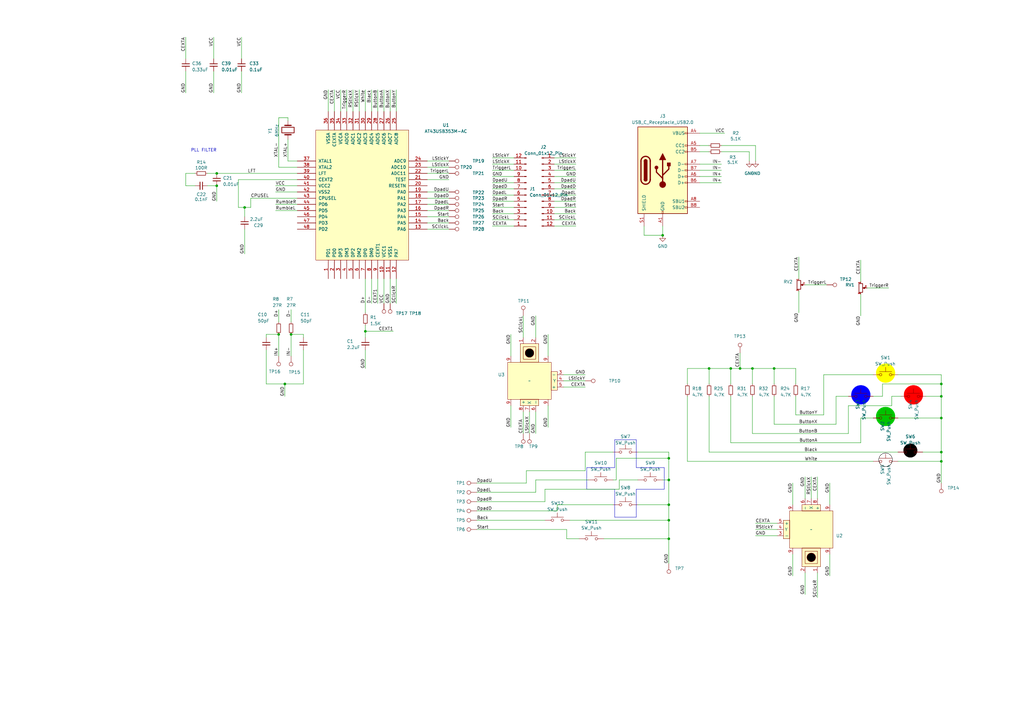
<source format=kicad_sch>
(kicad_sch (version 20240417) (generator "eeschema") (generator_version "8.99")
  (paper "A3")
  (lib_symbols
    (symbol "AT43USB353M-AC:AT43USB353M-AC" (pin_names (offset 1.016))
      (property "Reference" "U" (at 0 -2.54 0))
      (property "Value" "AT43USB353M-AC" (at 0 2.54 0))
      (symbol "AT43USB353M-AC_1_1"
        (pin bidirectional line (at -34.29 13.97 0) (length 7.62) (name "PD1") (number "1"))
        (pin power_in line (at -34.29 -8.89 0) (length 7.62) (name "VCC1") (number "10"))
        (pin power_in line (at -34.29 -11.43 0) (length 7.62) (name "VSS1") (number "11"))
        (pin bidirectional line (at -34.29 -13.97 0) (length 7.62) (name "PA7") (number "12"))
        (pin bidirectional line (at -13.97 -26.67 90) (length 7.62) (name "PA6") (number "13"))
        (pin bidirectional line (at -11.43 -26.67 90) (length 7.62) (name "PA5") (number "14"))
        (pin bidirectional line (at -8.89 -26.67 90) (length 7.62) (name "PA4") (number "15"))
        (pin bidirectional line (at -6.35 -26.67 90) (length 7.62) (name "PA3") (number "16"))
        (pin bidirectional line (at -3.81 -26.67 90) (length 7.62) (name "PA2") (number "17"))
        (pin bidirectional line (at -1.27 -26.67 90) (length 7.62) (name "PA1") (number "18"))
        (pin bidirectional line (at 1.27 -26.67 90) (length 7.62) (name "PA0") (number "19"))
        (pin bidirectional line (at -34.29 11.43 0) (length 7.62) (name "PD0") (number "2"))
        (pin input line (at 3.81 -26.67 90) (length 7.62) (name "RESETN") (number "20"))
        (pin input line (at 6.35 -26.67 90) (length 7.62) (name "TEST") (number "21"))
        (pin input line (at 8.89 -26.67 90) (length 7.62) (name "ADC11") (number "22"))
        (pin input line (at 11.43 -26.67 90) (length 7.62) (name "ADC10") (number "23"))
        (pin input line (at 13.97 -26.67 90) (length 7.62) (name "ADC9") (number "24"))
        (pin input line (at 34.29 -13.97 180) (length 7.62) (name "ADC8") (number "25"))
        (pin input line (at 34.29 -11.43 180) (length 7.62) (name "ADC7") (number "26"))
        (pin input line (at 34.29 -8.89 180) (length 7.62) (name "ADC6") (number "27"))
        (pin input line (at 34.29 -6.35 180) (length 7.62) (name "ADC5") (number "28"))
        (pin input line (at 34.29 -3.81 180) (length 7.62) (name "ADC4") (number "29"))
        (pin bidirectional line (at -34.29 8.89 0) (length 7.62) (name "DP3") (number "3"))
        (pin input line (at 34.29 -1.27 180) (length 7.62) (name "ADC3") (number "30"))
        (pin input line (at 34.29 1.27 180) (length 7.62) (name "ADC2") (number "31"))
        (pin input line (at 34.29 3.81 180) (length 7.62) (name "ADC1") (number "32"))
        (pin input line (at 34.29 6.35 180) (length 7.62) (name "ADC0") (number "33"))
        (pin power_in line (at 34.29 8.89 180) (length 7.62) (name "VCCA") (number "34"))
        (pin power_in line (at 34.29 11.43 180) (length 7.62) (name "CEXTA") (number "35"))
        (pin power_in line (at 34.29 13.97 180) (length 7.62) (name "VSSA") (number "36"))
        (pin input line (at 13.97 26.67 270) (length 7.62) (name "XTAL1") (number "37"))
        (pin output line (at 11.43 26.67 270) (length 7.62) (name "XTAL2") (number "38"))
        (pin output line (at 8.89 26.67 270) (length 7.62) (name "LFT") (number "39"))
        (pin bidirectional line (at -34.29 6.35 0) (length 7.62) (name "DM3") (number "4"))
        (pin power_in line (at 6.35 26.67 270) (length 7.62) (name "CEXT2") (number "40"))
        (pin power_in line (at 3.81 26.67 270) (length 7.62) (name "VCC2") (number "41"))
        (pin power_in line (at 1.27 26.67 270) (length 7.62) (name "VSS2") (number "42"))
        (pin input line (at -1.27 26.67 270) (length 7.62) (name "CPUSEL") (number "43"))
        (pin bidirectional line (at -3.81 26.67 270) (length 7.62) (name "PD6") (number "44"))
        (pin bidirectional line (at -6.35 26.67 270) (length 7.62) (name "PD5") (number "45"))
        (pin bidirectional line (at -8.89 26.67 270) (length 7.62) (name "PD4") (number "46"))
        (pin bidirectional line (at -11.43 26.67 270) (length 7.62) (name "PD3") (number "47"))
        (pin bidirectional line (at -13.97 26.67 270) (length 7.62) (name "PD2") (number "48"))
        (pin bidirectional line (at -34.29 3.81 0) (length 7.62) (name "DP2") (number "5"))
        (pin bidirectional line (at -34.29 1.27 0) (length 7.62) (name "DM2") (number "6"))
        (pin bidirectional line (at -34.29 -1.27 0) (length 7.62) (name "DP0") (number "7"))
        (pin bidirectional line (at -34.29 -3.81 0) (length 7.62) (name "DM0") (number "8"))
        (pin power_in line (at -34.29 -6.35 0) (length 7.62) (name "CEXT1") (number "9"))
      )
    )
    (symbol "Connector:Conn_01x12_Pin" (pin_names (offset 1.016) hide)
      (property "Reference" "J" (at 0 15.24 0))
      (property "Value" "Conn_01x12_Pin" (at 0 -17.78 0))
      (symbol "Conn_01x12_Pin_1_1"
        (pin passive line (at 5.08 12.7 180) (length 3.81) (name "Pin_1") (number "1"))
        (pin passive line (at 5.08 -10.16 180) (length 3.81) (name "Pin_10") (number "10"))
        (pin passive line (at 5.08 -12.7 180) (length 3.81) (name "Pin_11") (number "11"))
        (pin passive line (at 5.08 -15.24 180) (length 3.81) (name "Pin_12") (number "12"))
        (pin passive line (at 5.08 10.16 180) (length 3.81) (name "Pin_2") (number "2"))
        (pin passive line (at 5.08 7.62 180) (length 3.81) (name "Pin_3") (number "3"))
        (pin passive line (at 5.08 5.08 180) (length 3.81) (name "Pin_4") (number "4"))
        (pin passive line (at 5.08 2.54 180) (length 3.81) (name "Pin_5") (number "5"))
        (pin passive line (at 5.08 0 180) (length 3.81) (name "Pin_6") (number "6"))
        (pin passive line (at 5.08 -2.54 180) (length 3.81) (name "Pin_7") (number "7"))
        (pin passive line (at 5.08 -5.08 180) (length 3.81) (name "Pin_8") (number "8"))
        (pin passive line (at 5.08 -7.62 180) (length 3.81) (name "Pin_9") (number "9"))
      )
    )
    (symbol "Connector:TestPoint" (pin_numbers hide) (pin_names (offset 0.762) hide)
      (property "Reference" "TP" (at 0 6.858 0))
      (property "Value" "TestPoint" (at 0 5.08 0))
      (symbol "TestPoint_1_1"
        (pin passive line (at 0 0 90) (length 2.54) (name "1") (number "1"))
      )
    )
    (symbol "Connector:USB_C_Receptacle_USB2.0" (pin_names (offset 1.016))
      (property "Reference" "J" (at -10.16 19.05 0))
      (property "Value" "USB_C_Receptacle_USB2.0" (at 19.05 19.05 0))
      (symbol "USB_C_Receptacle_USB2.0_1_1"
        (pin passive line (at 0 -22.86 90) (length 5.08) (name "GND") (number "A1"))
        (pin passive line (at 0 -22.86 90) (length 5.08) hide (name "GND") (number "A12"))
        (pin passive line (at 15.24 15.24 180) (length 5.08) (name "VBUS") (number "A4"))
        (pin bidirectional line (at 15.24 10.16 180) (length 5.08) (name "CC1") (number "A5"))
        (pin bidirectional line (at 15.24 -2.54 180) (length 5.08) (name "D+") (number "A6"))
        (pin bidirectional line (at 15.24 2.54 180) (length 5.08) (name "D-") (number "A7"))
        (pin bidirectional line (at 15.24 -12.7 180) (length 5.08) (name "SBU1") (number "A8"))
        (pin passive line (at 15.24 15.24 180) (length 5.08) hide (name "VBUS") (number "A9"))
        (pin passive line (at 0 -22.86 90) (length 5.08) hide (name "GND") (number "B1"))
        (pin passive line (at 0 -22.86 90) (length 5.08) hide (name "GND") (number "B12"))
        (pin passive line (at 15.24 15.24 180) (length 5.08) hide (name "VBUS") (number "B4"))
        (pin bidirectional line (at 15.24 7.62 180) (length 5.08) (name "CC2") (number "B5"))
        (pin bidirectional line (at 15.24 -5.08 180) (length 5.08) (name "D+") (number "B6"))
        (pin bidirectional line (at 15.24 0 180) (length 5.08) (name "D-") (number "B7"))
        (pin bidirectional line (at 15.24 -15.24 180) (length 5.08) (name "SBU2") (number "B8"))
        (pin passive line (at 15.24 15.24 180) (length 5.08) hide (name "VBUS") (number "B9"))
        (pin passive line (at -7.62 -22.86 90) (length 5.08) (name "SHIELD") (number "S1"))
      )
    )
    (symbol "Device:C_Small" (pin_numbers hide) (pin_names (offset 0.254) hide)
      (property "Reference" "C" (at 0.254 1.778 0))
      (property "Value" "C_Small" (at 0.254 -2.032 0))
      (symbol "C_Small_1_1"
        (pin passive line (at 0 2.54 270) (length 2.032) (name "~") (number "1"))
        (pin passive line (at 0 -2.54 90) (length 2.032) (name "~") (number "2"))
      )
    )
    (symbol "Device:Crystal" (pin_numbers hide) (pin_names (offset 1.016) hide)
      (property "Reference" "Y" (at 0 3.81 0))
      (property "Value" "Crystal" (at 0 -3.81 0))
      (symbol "Crystal_1_1"
        (pin passive line (at -3.81 0 0) (length 1.27) (name "1") (number "1"))
        (pin passive line (at 3.81 0 180) (length 1.27) (name "2") (number "2"))
      )
    )
    (symbol "Device:R_Potentiometer_Small" (pin_names (offset 1.016) hide)
      (property "Reference" "RV" (at -4.445 0 90))
      (property "Value" "R_Potentiometer_Small" (at -2.54 0 90))
      (symbol "R_Potentiometer_Small_1_1"
        (pin passive line (at 0 2.54 270) (length 0.635) (name "1") (number "1"))
        (pin passive line (at 2.54 0 180) (length 0.9906) (name "2") (number "2"))
        (pin passive line (at 0 -2.54 90) (length 0.635) (name "3") (number "3"))
      )
    )
    (symbol "Device:R_Small" (pin_numbers hide) (pin_names (offset 0.254) hide)
      (property "Reference" "R" (at 0.762 0.508 0))
      (property "Value" "R_Small" (at 0.762 -1.016 0))
      (symbol "R_Small_1_1"
        (pin passive line (at 0 2.54 270) (length 0.762) (name "~") (number "1"))
        (pin passive line (at 0 -2.54 90) (length 0.762) (name "~") (number "2"))
      )
    )
    (symbol "RJKXP1224_1"
      (property "Reference" "U" (at 15.24 3.81 0))
      (symbol "RJKXP1224_1_1_1"
        (pin input line (at 2.54 -17.78 90) (length 2.54) (name "") (number "1"))
        (pin input line (at -2.54 -17.78 90) (length 2.54) (name "") (number "2"))
        (pin input line (at -13.97 -2.54 0) (length 2.54) (name "-") (number "3"))
        (pin input line (at -13.97 0 0) (length 2.54) (name "Y") (number "4"))
        (pin input line (at -13.97 2.54 0) (length 2.54) (name "+") (number "5"))
        (pin input line (at -2.54 12.7 270) (length 2.54) (name "-") (number "6"))
        (pin input line (at 0 12.7 270) (length 2.54) (name "X") (number "7"))
        (pin input line (at 2.54 12.7 270) (length 2.54) (name "+") (number "8"))
        (pin input line (at -7.62 10.16 270) (length 2.54) (name "") (number "9"))
        (pin input line (at -7.62 -10.16 90) (length 2.54) (name "") (number "9"))
        (pin input line (at 7.62 10.16 270) (length 2.54) (name "") (number "9"))
        (pin input line (at 7.62 -10.16 90) (length 2.54) (name "") (number "9"))
      )
    )
    (symbol "S Controller:RJKXP1224"
      (property "Reference" "U" (at 15.24 3.81 0))
      (symbol "RJKXP1224_1_1"
        (pin input line (at 2.54 -17.78 90) (length 2.54) (name "") (number "1"))
        (pin input line (at -2.54 -17.78 90) (length 2.54) (name "") (number "2"))
        (pin input line (at -13.97 -2.54 0) (length 2.54) (name "-") (number "3"))
        (pin input line (at -13.97 0 0) (length 2.54) (name "Y") (number "4"))
        (pin input line (at -13.97 2.54 0) (length 2.54) (name "+") (number "5"))
        (pin input line (at -2.54 12.7 270) (length 2.54) (name "-") (number "6"))
        (pin input line (at 0 12.7 270) (length 2.54) (name "X") (number "7"))
        (pin input line (at 2.54 12.7 270) (length 2.54) (name "+") (number "8"))
        (pin input line (at -7.62 10.16 270) (length 2.54) (name "") (number "9"))
        (pin input line (at -7.62 -10.16 90) (length 2.54) (name "") (number "9"))
        (pin input line (at 7.62 10.16 270) (length 2.54) (name "") (number "9"))
        (pin input line (at 7.62 -10.16 90) (length 2.54) (name "") (number "9"))
      )
    )
    (symbol "Switch:SW_Push" (pin_numbers hide) (pin_names (offset 1.016) hide)
      (property "Reference" "SW" (at 1.27 2.54 0))
      (property "Value" "SW_Push" (at 0 -1.524 0))
      (symbol "SW_Push_0_1"
        (pin passive line (at -5.08 0 0) (length 2.54) (name "1") (number "1"))
        (pin passive line (at 5.08 0 180) (length 2.54) (name "2") (number "2"))
      )
    )
    (symbol "power:GND" (power) (pin_names (offset 0))
      (property "Value" "GND" (at 0 -3.81 0))
      (symbol "GND_1_1"
        (pin power_in line (at 0 0 270) (length 0) hide (name "GND") (number "1"))
      )
    )
  )
  (circle (center 374.65 161.925) (radius 3.8626) (stroke (width 0) (color 255 0 0 1)) (fill (type color) (color 255 0 0 1)))
  (circle (center 363.22 153.035) (radius 3.8626) (stroke (width 0) (color 255 255 0 1)) (fill (type color) (color 255 255 0 1)))
  (circle (center 373.38 184.785) (radius 2.794) (stroke (width 0) (color 0 0 0 1)) (fill (type color) (color 0 0 0 1)))
  (circle (center 363.22 188.595) (radius 2.794) (stroke (width 0) (color 0 0 0 1)) (fill (type color) (color 255 255 255 1)))
  (circle (center 353.06 161.925) (radius 3.8626) (stroke (width 0) (color 0 0 255 1)) (fill (type color) (color 0 0 255 1)))
  (circle (center 363.22 170.815) (radius 3.8626) (stroke (width 0) (color 0 195 0 1)) (fill (type color) (color 0 195 0 1)))
  (text "PLL FILTER" (at 83.566 61.722 0) (effects (font (size 1.27 1.27))))
  (junction (at 274.32 196.85))
  (junction (at 116.84 157.48))
  (junction (at 386.08 157.48))
  (junction (at 274.32 213.36))
  (junction (at 274.32 207.01))
  (junction (at 317.5 151.13))
  (junction (at 271.78 96.52))
  (junction (at 386.08 185.42))
  (junction (at 119.38 137.16))
  (junction (at 274.32 187.96))
  (junction (at 303.53 151.13))
  (junction (at 386.08 162.56))
  (junction (at 100.33 85.09))
  (junction (at 290.83 151.13))
  (junction (at 114.3 137.16))
  (junction (at 274.32 220.98))
  (junction (at 299.72 151.13))
  (junction (at 149.86 135.89))
  (junction (at 308.61 151.13))
  (junction (at 88.9 76.2))
  (junction (at 88.9 71.12))
  (junction (at 386.08 189.23))
  (junction (at 386.08 171.45))
  (wire (pts (xy 335.28 195.58) (xy 335.28 204.47)))
  (wire (pts (xy 142.24 36.83) (xy 142.24 45.72)))
  (wire (pts (xy 337.82 170.18) (xy 326.39 170.18)))
  (wire (pts (xy 355.6 118.11) (xy 364.49 118.11)))
  (wire (pts (xy 85.09 71.12) (xy 88.9 71.12)))
  (wire (pts (xy 309.88 217.17) (xy 318.77 217.17)))
  (wire (pts (xy 100.33 85.09) (xy 97.79 85.09)))
  (wire (pts (xy 210.82 87.63) (xy 201.93 87.63)))
  (wire (pts (xy 149.86 143.51) (xy 149.86 151.13)))
  (wire (pts (xy 162.56 114.3) (xy 162.56 124.46)))
  (wire (pts (xy 347.98 166.37) (xy 347.98 177.8)))
  (wire (pts (xy 240.03 193.04) (xy 240.03 185.42)))
  (wire (pts (xy 87.63 38.1) (xy 87.63 29.21)))
  (wire (pts (xy 386.08 153.67) (xy 386.08 157.48)))
  (wire (pts (xy 274.32 185.42) (xy 274.32 187.96)))
  (wire (pts (xy 85.09 76.2) (xy 88.9 76.2)))
  (wire (pts (xy 274.32 196.85) (xy 274.32 207.01)))
  (wire (pts (xy 347.98 162.56) (xy 342.9 162.56)))
  (wire (pts (xy 369.57 162.56) (xy 365.76 162.56)))
  (wire (pts (xy 210.82 82.55) (xy 201.93 82.55)))
  (wire (pts (xy 175.26 86.36) (xy 184.15 86.36)))
  (wire (pts (xy 195.58 198.12) (xy 215.9 198.12)))
  (wire (pts (xy 327.66 119.38) (xy 327.66 128.27)))
  (wire (pts (xy 330.2 116.84) (xy 339.09 116.84)))
  (wire (pts (xy 368.3 189.23) (xy 386.08 189.23)))
  (polyline (pts (xy 260.985 212.09) (xy 260.985 200.66)))
  (wire (pts (xy 149.86 36.83) (xy 149.86 45.72)))
  (wire (pts (xy 100.33 93.98) (xy 100.33 104.14)))
  (wire (pts (xy 308.61 157.48) (xy 308.61 151.13)))
  (wire (pts (xy 175.26 73.66) (xy 184.15 73.66)))
  (wire (pts (xy 308.61 151.13) (xy 317.5 151.13)))
  (wire (pts (xy 368.3 171.45) (xy 386.08 171.45)))
  (wire (pts (xy 287.02 62.23) (xy 290.83 62.23)))
  (wire (pts (xy 195.58 201.93) (xy 219.71 201.93)))
  (polyline (pts (xy 252.095 180.34) (xy 252.095 191.77)))
  (wire (pts (xy 227.33 72.39) (xy 236.22 72.39)))
  (polyline (pts (xy 260.985 200.66) (xy 272.415 200.66)))
  (wire (pts (xy 271.78 92.71) (xy 271.78 96.52)))
  (wire (pts (xy 358.14 171.45) (xy 353.06 171.45)))
  (wire (pts (xy 335.28 234.95) (xy 335.28 245.11)))
  (wire (pts (xy 114.3 127) (xy 114.3 132.08)))
  (wire (pts (xy 175.26 81.28) (xy 184.15 81.28)))
  (wire (pts (xy 113.03 76.2) (xy 121.92 76.2)))
  (wire (pts (xy 317.5 173.99) (xy 317.5 162.56)))
  (wire (pts (xy 114.3 137.16) (xy 114.3 146.05)))
  (wire (pts (xy 121.92 66.04) (xy 118.11 66.04)))
  (wire (pts (xy 299.72 151.13) (xy 303.53 151.13)))
  (wire (pts (xy 154.94 114.3) (xy 154.94 124.46)))
  (wire (pts (xy 210.82 90.17) (xy 201.93 90.17)))
  (wire (pts (xy 114.3 68.58) (xy 121.92 68.58)))
  (wire (pts (xy 100.33 88.9) (xy 100.33 85.09)))
  (wire (pts (xy 299.72 151.13) (xy 299.72 157.48)))
  (wire (pts (xy 116.84 157.48) (xy 124.46 157.48)))
  (wire (pts (xy 227.33 85.09) (xy 236.22 85.09)))
  (wire (pts (xy 195.58 213.36) (xy 223.52 213.36)))
  (wire (pts (xy 307.34 62.23) (xy 307.34 66.04)))
  (wire (pts (xy 210.82 80.01) (xy 201.93 80.01)))
  (wire (pts (xy 210.82 72.39) (xy 201.93 72.39)))
  (wire (pts (xy 124.46 137.16) (xy 124.46 138.43)))
  (wire (pts (xy 353.06 120.65) (xy 353.06 129.54)))
  (wire (pts (xy 118.11 66.04) (xy 118.11 57.15)))
  (wire (pts (xy 149.86 133.35) (xy 149.86 135.89)))
  (wire (pts (xy 109.22 157.48) (xy 116.84 157.48)))
  (wire (pts (xy 261.62 185.42) (xy 274.32 185.42)))
  (wire (pts (xy 290.83 162.56) (xy 290.83 185.42)))
  (wire (pts (xy 233.68 213.36) (xy 274.32 213.36)))
  (wire (pts (xy 99.06 15.24) (xy 99.06 24.13)))
  (wire (pts (xy 271.78 196.85) (xy 274.32 196.85)))
  (wire (pts (xy 175.26 68.58) (xy 184.15 68.58)))
  (wire (pts (xy 358.14 189.23) (xy 281.94 189.23)))
  (wire (pts (xy 210.82 64.77) (xy 201.93 64.77)))
  (wire (pts (xy 303.53 144.78) (xy 303.53 151.13)))
  (wire (pts (xy 227.33 90.17) (xy 236.22 90.17)))
  (wire (pts (xy 152.4 114.3) (xy 152.4 124.46)))
  (wire (pts (xy 175.26 91.44) (xy 184.15 91.44)))
  (wire (pts (xy 195.58 217.17) (xy 232.41 217.17)))
  (wire (pts (xy 274.32 187.96) (xy 274.32 196.85)))
  (wire (pts (xy 281.94 151.13) (xy 290.83 151.13)))
  (wire (pts (xy 353.06 106.68) (xy 353.06 115.57)))
  (wire (pts (xy 195.58 209.55) (xy 228.6 209.55)))
  (wire (pts (xy 347.98 177.8) (xy 308.61 177.8)))
  (wire (pts (xy 353.06 171.45) (xy 353.06 181.61)))
  (wire (pts (xy 175.26 66.04) (xy 184.15 66.04)))
  (wire (pts (xy 281.94 157.48) (xy 281.94 151.13)))
  (wire (pts (xy 368.3 153.67) (xy 386.08 153.67)))
  (wire (pts (xy 353.06 181.61) (xy 299.72 181.61)))
  (polyline (pts (xy 272.415 191.77) (xy 260.985 191.77)))
  (wire (pts (xy 358.14 153.67) (xy 337.82 153.67)))
  (wire (pts (xy 88.9 71.12) (xy 121.92 71.12)))
  (wire (pts (xy 137.16 36.83) (xy 137.16 45.72)))
  (wire (pts (xy 152.4 36.83) (xy 152.4 45.72)))
  (wire (pts (xy 109.22 137.16) (xy 114.3 137.16)))
  (wire (pts (xy 149.86 114.3) (xy 149.86 128.27)))
  (polyline (pts (xy 240.665 191.77) (xy 240.665 200.66)))
  (wire (pts (xy 227.33 69.85) (xy 236.22 69.85)))
  (wire (pts (xy 330.2 195.58) (xy 330.2 204.47)))
  (wire (pts (xy 227.33 67.31) (xy 236.22 67.31)))
  (wire (pts (xy 224.79 175.26) (xy 224.79 166.37)))
  (wire (pts (xy 76.2 76.2) (xy 80.01 76.2)))
  (wire (pts (xy 160.02 114.3) (xy 160.02 124.46)))
  (wire (pts (xy 325.12 236.22) (xy 325.12 227.33)))
  (wire (pts (xy 326.39 157.48) (xy 326.39 151.13)))
  (wire (pts (xy 287.02 59.69) (xy 290.83 59.69)))
  (wire (pts (xy 157.48 114.3) (xy 157.48 124.46)))
  (wire (pts (xy 227.33 92.71) (xy 236.22 92.71)))
  (wire (pts (xy 254 200.66) (xy 223.52 200.66)))
  (wire (pts (xy 274.32 220.98) (xy 274.32 231.14)))
  (wire (pts (xy 139.7 36.83) (xy 139.7 45.72)))
  (wire (pts (xy 124.46 157.48) (xy 124.46 143.51)))
  (wire (pts (xy 149.86 135.89) (xy 149.86 138.43)))
  (wire (pts (xy 97.79 73.66) (xy 97.79 85.09)))
  (wire (pts (xy 76.2 38.1) (xy 76.2 29.21)))
  (wire (pts (xy 232.41 217.17) (xy 232.41 220.98)))
  (wire (pts (xy 232.41 220.98) (xy 237.49 220.98)))
  (wire (pts (xy 274.32 213.36) (xy 274.32 220.98)))
  (wire (pts (xy 361.95 162.56) (xy 361.95 157.48)))
  (wire (pts (xy 340.36 236.22) (xy 340.36 227.33)))
  (wire (pts (xy 109.22 143.51) (xy 109.22 157.48)))
  (wire (pts (xy 252.73 196.85) (xy 252.73 187.96)))
  (wire (pts (xy 219.71 129.54) (xy 219.71 138.43)))
  (wire (pts (xy 386.08 189.23) (xy 386.08 198.12)))
  (wire (pts (xy 287.02 72.39) (xy 295.91 72.39)))
  (wire (pts (xy 227.33 74.93) (xy 236.22 74.93)))
  (wire (pts (xy 223.52 200.66) (xy 223.52 205.74)))
  (wire (pts (xy 102.87 81.28) (xy 121.92 81.28)))
  (wire (pts (xy 309.88 59.69) (xy 309.88 66.04)))
  (wire (pts (xy 386.08 162.56) (xy 386.08 171.45)))
  (wire (pts (xy 215.9 193.04) (xy 240.03 193.04)))
  (wire (pts (xy 215.9 193.04) (xy 215.9 198.12)))
  (wire (pts (xy 210.82 92.71) (xy 201.93 92.71)))
  (wire (pts (xy 365.76 166.37) (xy 347.98 166.37)))
  (wire (pts (xy 162.56 36.83) (xy 162.56 45.72)))
  (wire (pts (xy 195.58 205.74) (xy 223.52 205.74)))
  (wire (pts (xy 365.76 162.56) (xy 365.76 166.37)))
  (wire (pts (xy 309.88 219.71) (xy 318.77 219.71)))
  (wire (pts (xy 386.08 171.45) (xy 386.08 185.42)))
  (wire (pts (xy 287.02 67.31) (xy 295.91 67.31)))
  (polyline (pts (xy 260.985 180.34) (xy 252.095 180.34)))
  (wire (pts (xy 175.26 71.12) (xy 184.15 71.12)))
  (wire (pts (xy 308.61 177.8) (xy 308.61 162.56)))
  (wire (pts (xy 271.78 96.52) (xy 264.16 96.52)))
  (wire (pts (xy 317.5 151.13) (xy 317.5 157.48)))
  (wire (pts (xy 175.26 88.9) (xy 184.15 88.9)))
  (wire (pts (xy 261.62 196.85) (xy 254 196.85)))
  (wire (pts (xy 210.82 74.93) (xy 201.93 74.93)))
  (wire (pts (xy 332.74 195.58) (xy 332.74 204.47)))
  (polyline (pts (xy 252.095 191.77) (xy 240.665 191.77)))
  (wire (pts (xy 379.73 162.56) (xy 386.08 162.56)))
  (polyline (pts (xy 260.985 191.77) (xy 260.985 180.34)))
  (wire (pts (xy 175.26 93.98) (xy 184.15 93.98)))
  (wire (pts (xy 368.3 185.42) (xy 290.83 185.42)))
  (wire (pts (xy 309.88 214.63) (xy 318.77 214.63)))
  (wire (pts (xy 113.03 78.74) (xy 121.92 78.74)))
  (wire (pts (xy 337.82 153.67) (xy 337.82 170.18)))
  (wire (pts (xy 175.26 78.74) (xy 184.15 78.74)))
  (wire (pts (xy 254 196.85) (xy 254 200.66)))
  (wire (pts (xy 251.46 196.85) (xy 252.73 196.85)))
  (wire (pts (xy 299.72 181.61) (xy 299.72 162.56)))
  (wire (pts (xy 358.14 162.56) (xy 361.95 162.56)))
  (wire (pts (xy 287.02 54.61) (xy 297.18 54.61)))
  (wire (pts (xy 109.22 137.16) (xy 109.22 138.43)))
  (wire (pts (xy 119.38 137.16) (xy 124.46 137.16)))
  (wire (pts (xy 290.83 157.48) (xy 290.83 151.13)))
  (wire (pts (xy 209.55 175.26) (xy 209.55 166.37)))
  (wire (pts (xy 210.82 67.31) (xy 201.93 67.31)))
  (wire (pts (xy 325.12 198.12) (xy 325.12 207.01)))
  (wire (pts (xy 87.63 15.24) (xy 87.63 24.13)))
  (wire (pts (xy 210.82 77.47) (xy 201.93 77.47)))
  (wire (pts (xy 240.03 153.67) (xy 231.14 153.67)))
  (wire (pts (xy 326.39 170.18) (xy 326.39 162.56)))
  (wire (pts (xy 231.14 156.21) (xy 240.03 156.21)))
  (wire (pts (xy 227.33 64.77) (xy 236.22 64.77)))
  (wire (pts (xy 251.46 185.42) (xy 240.03 185.42)))
  (wire (pts (xy 99.06 38.1) (xy 99.06 29.21)))
  (wire (pts (xy 175.26 83.82) (xy 184.15 83.82)))
  (wire (pts (xy 88.9 76.2) (xy 88.9 82.55)))
  (wire (pts (xy 386.08 189.23) (xy 386.08 185.42)))
  (wire (pts (xy 149.86 135.89) (xy 161.29 135.89)))
  (wire (pts (xy 118.11 48.26) (xy 114.3 48.26)))
  (wire (pts (xy 118.11 48.26) (xy 118.11 49.53)))
  (wire (pts (xy 295.91 59.69) (xy 309.88 59.69)))
  (wire (pts (xy 227.33 77.47) (xy 236.22 77.47)))
  (wire (pts (xy 113.03 83.82) (xy 121.92 83.82)))
  (wire (pts (xy 76.2 15.24) (xy 76.2 24.13)))
  (wire (pts (xy 228.6 207.01) (xy 228.6 209.55)))
  (wire (pts (xy 330.2 243.84) (xy 330.2 234.95)))
  (wire (pts (xy 287.02 74.93) (xy 295.91 74.93)))
  (wire (pts (xy 113.03 86.36) (xy 121.92 86.36)))
  (wire (pts (xy 264.16 96.52) (xy 264.16 92.71)))
  (wire (pts (xy 210.82 85.09) (xy 201.93 85.09)))
  (wire (pts (xy 157.48 36.83) (xy 157.48 45.72)))
  (wire (pts (xy 386.08 157.48) (xy 386.08 162.56)))
  (wire (pts (xy 231.14 158.75) (xy 240.03 158.75)))
  (wire (pts (xy 100.33 85.09) (xy 102.87 85.09)))
  (wire (pts (xy 342.9 173.99) (xy 317.5 173.99)))
  (wire (pts (xy 340.36 198.12) (xy 340.36 207.01)))
  (wire (pts (xy 119.38 127) (xy 119.38 132.08)))
  (polyline (pts (xy 252.095 212.09) (xy 260.985 212.09)))
  (wire (pts (xy 227.33 87.63) (xy 236.22 87.63)))
  (wire (pts (xy 102.87 81.28) (xy 102.87 85.09)))
  (wire (pts (xy 261.62 207.01) (xy 274.32 207.01)))
  (wire (pts (xy 147.32 36.83) (xy 147.32 45.72)))
  (wire (pts (xy 317.5 151.13) (xy 326.39 151.13)))
  (wire (pts (xy 209.55 137.16) (xy 209.55 146.05)))
  (wire (pts (xy 76.2 71.12) (xy 76.2 76.2)))
  (wire (pts (xy 303.53 151.13) (xy 308.61 151.13)))
  (wire (pts (xy 281.94 162.56) (xy 281.94 189.23)))
  (polyline (pts (xy 272.415 200.66) (xy 272.415 191.77)))
  (wire (pts (xy 119.38 137.16) (xy 119.38 146.05)))
  (wire (pts (xy 144.78 36.83) (xy 144.78 45.72)))
  (wire (pts (xy 97.79 73.66) (xy 121.92 73.66)))
  (wire (pts (xy 154.94 36.83) (xy 154.94 45.72)))
  (wire (pts (xy 252.73 187.96) (xy 274.32 187.96)))
  (wire (pts (xy 217.17 168.91) (xy 217.17 177.8)))
  (wire (pts (xy 214.63 138.43) (xy 214.63 129.54)))
  (wire (pts (xy 378.46 185.42) (xy 386.08 185.42)))
  (wire (pts (xy 290.83 151.13) (xy 299.72 151.13)))
  (wire (pts (xy 210.82 69.85) (xy 201.93 69.85)))
  (wire (pts (xy 114.3 48.26) (xy 114.3 68.58)))
  (wire (pts (xy 327.66 105.41) (xy 327.66 114.3)))
  (wire (pts (xy 241.3 196.85) (xy 219.71 196.85)))
  (wire (pts (xy 134.62 36.83) (xy 134.62 45.72)))
  (wire (pts (xy 251.46 207.01) (xy 228.6 207.01)))
  (wire (pts (xy 274.32 207.01) (xy 274.32 213.36)))
  (wire (pts (xy 287.02 69.85) (xy 295.91 69.85)))
  (wire (pts (xy 214.63 168.91) (xy 214.63 177.8)))
  (wire (pts (xy 342.9 162.56) (xy 342.9 173.99)))
  (wire (pts (xy 224.79 137.16) (xy 224.79 146.05)))
  (wire (pts (xy 219.71 177.8) (xy 219.71 168.91)))
  (wire (pts (xy 116.84 157.48) (xy 116.84 162.56)))
  (wire (pts (xy 227.33 80.01) (xy 236.22 80.01)))
  (polyline (pts (xy 252.095 200.66) (xy 252.095 212.09)))
  (wire (pts (xy 274.32 220.98) (xy 247.65 220.98)))
  (polyline (pts (xy 240.665 200.66) (xy 252.095 200.66)))
  (wire (pts (xy 160.02 36.83) (xy 160.02 45.72)))
  (wire (pts (xy 295.91 62.23) (xy 307.34 62.23)))
  (wire (pts (xy 361.95 157.48) (xy 386.08 157.48)))
  (wire (pts (xy 227.33 82.55) (xy 236.22 82.55)))
  (wire (pts (xy 219.71 196.85) (xy 219.71 201.93)))
  (wire (pts (xy 80.01 71.12) (xy 76.2 71.12)))
  (label "GND" (at 100.33 104.14 90))
  (label "TriggerL" (at 339.09 116.84 180))
  (label "SClickR" (at 335.28 245.11 90))
  (label "GND" (at 340.36 198.12 270))
  (label "DpadD" (at 195.58 209.55 0))
  (label "GND" (at 219.71 177.8 90))
  (label "TriggerL" (at 201.93 69.85 0))
  (label "CEXTA" (at 240.03 158.75 180))
  (label "CEXTA" (at 236.22 92.71 180))
  (label "GND" (at 240.03 153.67 180))
  (label "DpadL" (at 201.93 80.01 0))
  (label "TriggerR" (at 364.49 118.11 180))
  (label "RStickX" (at 144.78 36.83 270))
  (label "GND" (at 386.08 198.12 90))
  (label "DpadR" (at 184.15 86.36 180))
  (label "GND" (at 327.66 128.27 270))
  (label "LStickX" (at 217.17 177.8 90))
  (label "ButtonA" (at 335.28 181.61 180))
  (label "DpadR" (at 195.58 205.74 0))
  (label "LStickY" (at 236.22 64.77 180))
  (label "SClickL" (at 184.15 93.98 180))
  (label "ButtonX" (at 160.02 36.83 270))
  (label "GND" (at 201.93 72.39 0))
  (label "CEXTA" (at 214.63 177.8 90))
  (label "GND" (at 87.63 38.1 90))
  (label "DpadU" (at 184.15 78.74 180))
  (label "TriggerR" (at 142.24 36.83 270))
  (label "GND" (at 160.02 124.46 90))
  (label "LStickX" (at 201.93 67.31 0))
  (label "IN-" (at 295.91 67.31 180))
  (label "SClickL" (at 201.93 90.17 0))
  (label "DpadD" (at 184.15 81.28 180))
  (label "GND" (at 219.71 129.54 270))
  (label "GND" (at 99.06 38.1 90))
  (label "LStickX" (at 236.22 67.31 180))
  (label "GND" (at 340.36 236.22 90))
  (label "SClickL" (at 236.22 90.17 180))
  (label "ButtonB" (at 335.28 177.8 180))
  (label "RStickY" (at 147.32 36.83 270))
  (label "CEXTA" (at 353.06 106.68 270))
  (label "Black" (at 152.4 36.83 270))
  (label "GND" (at 184.15 73.66 180))
  (label "CEXT1" (at 154.94 124.46 90))
  (label "TriggerL" (at 236.22 69.85 180))
  (label "DpadD" (at 236.22 77.47 180))
  (label "ButtonY" (at 335.28 170.18 180))
  (label "ButtonB" (at 154.94 36.83 270))
  (label "GND" (at 88.9 82.55 90))
  (label "GND" (at 76.2 38.1 90))
  (label "IN-" (at 119.38 146.05 90))
  (label "D-" (at 119.38 127 270))
  (label "DpadU" (at 236.22 74.93 180))
  (label "Back" (at 201.93 87.63 0))
  (label "GND" (at 325.12 236.22 90))
  (label "GND" (at 330.2 195.58 270))
  (label "CEXTA" (at 137.16 36.83 270))
  (label "D+" (at 114.3 127 270))
  (label "CEXT1" (at 161.29 135.89 180))
  (label "XTAL-" (at 114.3 58.42 270))
  (label "VCC" (at 139.7 36.83 270))
  (label "IN+" (at 114.3 146.05 90))
  (label "CEXTA" (at 201.93 92.71 0))
  (label "DpadL" (at 236.22 80.01 180))
  (label "Start" (at 236.22 85.09 180))
  (label "RStickX" (at 332.74 195.58 270))
  (label "GND" (at 330.2 243.84 90))
  (label "GND" (at 149.86 151.13 90))
  (label "GND" (at 236.22 72.39 180))
  (label "D+" (at 149.86 124.46 90))
  (label "IN+" (at 295.91 72.39 180))
  (label "VCC" (at 87.63 15.24 270))
  (label "White" (at 149.86 36.83 270))
  (label "TriggerL" (at 184.15 71.12 180))
  (label "CEXTA" (at 303.53 144.78 270))
  (label "ButtonA" (at 157.48 36.83 270))
  (label "Back" (at 184.15 91.44 180))
  (label "CEXTA" (at 76.2 15.24 270))
  (label "VCC" (at 113.03 76.2 0))
  (label "GND" (at 224.79 175.26 90))
  (label "GND" (at 309.88 219.71 0))
  (label "DpadR" (at 236.22 82.55 180))
  (label "Start" (at 195.58 217.17 0))
  (label "Back" (at 195.58 213.36 0))
  (label "CEXTA" (at 309.88 214.63 0))
  (label "DpadL" (at 184.15 83.82 180))
  (label "Black" (at 335.28 185.42 180))
  (label "RStickY" (at 309.88 217.17 0))
  (label "RumbleL" (at 113.03 86.36 0))
  (label "CEXTA" (at 335.28 195.58 270))
  (label "LFT" (at 101.6 71.12 0))
  (label "GND" (at 113.03 78.74 0))
  (label "CEXTA" (at 327.66 105.41 270))
  (label "SClickR" (at 162.56 124.46 90))
  (label "DpadU" (at 195.58 198.12 0))
  (label "DpadU" (at 201.93 74.93 0))
  (label "GND" (at 353.06 129.54 270))
  (label "LStickY" (at 184.15 66.04 180))
  (label "Start" (at 184.15 88.9 180))
  (label "VCC" (at 99.06 15.24 270))
  (label "RumbleR" (at 113.03 83.82 0))
  (label "White" (at 335.28 189.23 180))
  (label "VCC" (at 297.18 54.61 180))
  (label "D-" (at 152.4 124.46 90))
  (label "Start" (at 201.93 85.09 0))
  (label "GND" (at 116.84 162.56 90))
  (label "GND" (at 209.55 175.26 90))
  (label "GND" (at 134.62 36.83 270))
  (label "DpadL" (at 195.58 201.93 0))
  (label "GND" (at 274.32 231.14 90))
  (label "LStickY" (at 240.03 156.21 180))
  (label "LStickX" (at 184.15 68.58 180))
  (label "GND" (at 209.55 137.16 270))
  (label "XTAL+" (at 118.11 58.42 270))
  (label "LStickY" (at 201.93 64.77 0))
  (label "CPUSEL" (at 102.87 81.28 0))
  (label "IN-" (at 295.91 69.85 180))
  (label "GND" (at 224.79 137.16 270))
  (label "SClickL" (at 214.63 129.54 270))
  (label "IN+" (at 295.91 74.93 180))
  (label "DpadR" (at 201.93 82.55 0))
  (label "VCC" (at 157.48 124.46 90))
  (label "GND" (at 325.12 198.12 270))
  (label "ButtonX" (at 335.28 173.99 180))
  (label "ButtonY" (at 162.56 36.83 270))
  (label "Back" (at 236.22 87.63 180))
  (label "DpadD" (at 201.93 77.47 0))
  (symbol (lib_id "Device:C_Small") (at 99.06 26.67 0) (unit 1)
    (property "Reference" "C33" (at 102.235 26.0413 0) (effects (justify left)))
    (property "Value" "0.1uF" (at 102.235 28.5813 0) (effects (justify left)))
    (property "Footprint" "Capacitor_SMD:C_0603_1608Metric" (effects (hide yes)))
  )
  (symbol (lib_id "S Controller:RJKXP1224") (at 332.74 217.17 0) (unit 1)
    (property "Reference" "U2" (at 342.9 219.7099 0) (effects (justify left)))
    (property "Value" "~" (at 332.74 217.17 0))
    (property "Footprint" "S COntroller:RKJXV1224-Socket" (effects (hide yes)))
  )
  (symbol (lib_id "Device:C_Small") (at 87.63 26.67 0) (unit 1)
    (property "Reference" "C39" (at 90.805 26.0413 0) (effects (justify left)))
    (property "Value" "0.01uF" (at 90.805 28.5813 0) (effects (justify left)))
    (property "Footprint" "Capacitor_SMD:C_0603_1608Metric" (effects (hide yes)))
  )
  (symbol (lib_id "Connector:TestPoint") (at 184.15 83.82 270) (unit 1)
    (property "Reference" "TP24" (at 193.802 83.82 90) (effects (justify left)))
    (property "Footprint" "TestPoint:TestPoint_Pad_D1.5mm" (effects (hide yes)))
    (property "Description" "test point" (effects (hide yes)))
  )
  (symbol (lib_id "Connector:TestPoint") (at 214.63 129.54 0) (unit 1)
    (property "Reference" "TP11" (at 212.344 123.444 0) (effects (justify left)))
    (property "Value" "TestPoint" (effects (hide yes)))
    (property "Footprint" "TestPoint:TestPoint_Pad_D1.5mm" (effects (hide yes)))
    (property "Description" "test point" (effects (hide yes)))
  )
  (symbol (lib_id "Device:C_Small") (at 88.9 73.66 0) (unit 1)
    (property "Reference" "C21" (at 91.44 73.0313 0) (effects (justify left)))
    (property "Value" "0.01uF" (at 91.44 75.5713 0) (effects (justify left)))
    (property "Footprint" "Resistor_SMD:R_0402_1005Metric" (effects (hide yes)))
  )
  (symbol (lib_id "Device:Crystal") (at 118.11 53.34 270) (unit 1)
    (property "Reference" "Y1" (at 110.744 54.864 0) (effects (justify right)))
    (property "Value" "6MHz" (at 113.538 56.134 0) (effects (justify right)))
    (property "Footprint" "Crystal:Crystal_C38-LF_D3.0mm_L8.0mm_Vertical" (effects (hide yes)))
  )
  (symbol (lib_id "Connector:TestPoint") (at 240.03 156.21 270) (unit 1)
    (property "Reference" "TP10" (at 249.682 156.21 90) (effects (justify left)))
    (property "Value" "TestPoint" (effects (hide yes)))
    (property "Footprint" "TestPoint:TestPoint_Pad_D1.5mm" (effects (hide yes)))
    (property "Description" "test point" (effects (hide yes)))
  )
  (symbol (lib_id "Connector:TestPoint") (at 114.3 146.05 180) (unit 1)
    (property "Reference" "TP16" (at 110.236 152.4 0) (effects (justify right)))
    (property "Value" "TestPoint" (effects (hide yes)))
    (property "Footprint" "TestPoint:TestPoint_Pad_D1.5mm" (effects (hide yes)))
    (property "Description" "test point" (effects (hide yes)))
  )
  (symbol (lib_id "Device:C_Small") (at 124.46 140.97 0) (unit 1)
    (property "Reference" "C11" (at 123.19 129.032 0) (effects (justify left)))
    (property "Value" "50pF" (at 123.19 131.572 0) (effects (justify left)))
    (property "Footprint" "Capacitor_SMD:C_0603_1608Metric" (effects (hide yes)))
  )
  (symbol (lib_id "Device:R_Small") (at 149.86 130.81 0) (unit 1)
    (property "Reference" "R1" (at 151.765 130.175 0) (effects (justify left)))
    (property "Value" "1.5K" (at 151.765 132.715 0) (effects (justify left)))
    (property "Footprint" "Resistor_SMD:R_0603_1608Metric" (effects (hide yes)))
  )
  (symbol (lib_id "Device:R_Small") (at 299.72 160.02 0) (unit 1)
    (property "Reference" "R31" (at 302.26 159.385 0) (effects (justify left)))
    (property "Value" "4.7K" (at 302.26 161.925 0) (effects (justify left)))
    (property "Footprint" "Resistor_SMD:R_0603_1608Metric" (effects (hide yes)))
  )
  (symbol (lib_id "AT43USB353M-AC:AT43USB353M-AC") (at 148.59 80.01 90) (unit 1)
    (property "Reference" "U1" (at 182.88 51.308 90))
    (property "Value" "AT43USB353M-AC" (at 182.88 53.848 90))
    (property "Footprint" "Package_QFP:LQFP-48_7x7mm_P0.5mm" (effects (hide yes)))
  )
  (symbol (lib_id "Connector:TestPoint") (at 184.15 71.12 270) (unit 1)
    (property "Reference" "TP21" (at 193.802 71.12 90) (effects (justify left)))
    (property "Footprint" "TestPoint:TestPoint_Pad_D1.5mm" (effects (hide yes)))
    (property "Description" "test point" (effects (hide yes)))
  )
  (symbol (lib_id "Switch:SW_Push") (at 363.22 153.67 0) (mirror y) (unit 1)
    (property "Reference" "SW1" (at 363.22 146.685 0))
    (property "Value" "SW_Push" (at 363.093 149.225 0))
    (property "Footprint" "S COntroller:SW_TL3315NF100Q" (effects (hide yes)))
  )
  (symbol (lib_id "Switch:SW_Push") (at 242.57 220.98 0) (unit 1)
    (property "Reference" "SW11" (at 242.57 213.995 0))
    (property "Value" "SW_Push" (at 242.57 216.535 0))
    (property "Footprint" "S COntroller:StartBack" (effects (hide yes)))
  )
  (symbol (lib_id "Connector:TestPoint") (at 195.58 213.36 90) (unit 1)
    (property "Reference" "TP5" (at 188.976 213.36 90))
    (property "Value" "TestPoint" (effects (hide yes)))
    (property "Footprint" "TestPoint:TestPoint_Pad_D1.5mm" (effects (hide yes)))
    (property "Description" "test point" (effects (hide yes)))
  )
  (symbol (lib_id "power:GND") (at 271.78 96.52 0) (unit 1)
    (property "Reference" "#PWR01" (effects (hide yes)))
    (property "Value" "GND" (at 271.78 100.965 0))
    (property "Description" "Power symbol creates a global label with name \"GND\" , ground" (effects (hide yes)))
  )
  (symbol (lib_id "Switch:SW_Push") (at 353.06 162.56 0) (mirror y) (unit 1)
    (property "Reference" "SW3" (at 351.7899 163.83 90) (effects (justify right)))
    (property "Value" "SW_Push" (at 354.3299 163.83 90) (effects (justify right)))
    (property "Footprint" "S COntroller:SW_TL3315NF100Q" (effects (hide yes)))
  )
  (symbol (lib_id "Connector:TestPoint") (at 274.32 231.14 180) (unit 1)
    (property "Reference" "TP7" (at 276.86 233.1719 0) (effects (justify right)))
    (property "Value" "TestPoint" (effects (hide yes)))
    (property "Footprint" "TestPoint:TestPoint_Pad_D1.5mm" (effects (hide yes)))
    (property "Description" "test point" (effects (hide yes)))
  )
  (symbol (lib_id "Connector:TestPoint") (at 184.15 81.28 270) (unit 1)
    (property "Reference" "TP23" (at 193.802 81.28 90) (effects (justify left)))
    (property "Footprint" "TestPoint:TestPoint_Pad_D1.5mm" (effects (hide yes)))
    (property "Description" "test point" (effects (hide yes)))
  )
  (symbol (lib_id "Device:R_Small") (at 293.37 59.69 90) (unit 1)
    (property "Reference" "R2" (at 301.752 54.61 90))
    (property "Value" "5.1K" (at 301.752 56.896 90))
    (property "Footprint" "Resistor_SMD:R_0603_1608Metric" (effects (hide yes)))
    (property "Description" "Resistor, small symbol" (effects (hide yes)))
  )
  (symbol (lib_id "Device:R_Small") (at 114.3 134.62 0) (unit 1)
    (property "Reference" "R8" (at 111.76 122.682 0) (effects (justify left)))
    (property "Value" "27R" (at 111.76 125.222 0) (effects (justify left)))
    (property "Footprint" "Resistor_SMD:R_0603_1608Metric" (effects (hide yes)))
  )
  (symbol (lib_id "Switch:SW_Push") (at 246.38 196.85 0) (unit 1)
    (property "Reference" "SW10" (at 246.38 189.865 0))
    (property "Value" "SW_Push" (at 246.38 192.405 0))
    (property "Footprint" "S COntroller:DPADCONTACTS" (effects (hide yes)))
  )
  (symbol (lib_id "Connector:TestPoint") (at 160.02 124.46 180) (unit 1)
    (property "Reference" "TP18" (at 167.894 128.524 0) (effects (justify right)))
    (property "Value" "TestPoint" (effects (hide yes)))
    (property "Footprint" "TestPoint:TestPoint_Pad_2.5x2.5mm" (effects (hide yes)))
    (property "Description" "test point" (effects (hide yes)))
  )
  (symbol (lib_id "Switch:SW_Push") (at 363.22 171.45 0) (mirror y) (unit 1)
    (property "Reference" "SW2" (at 361.9499 172.72 90) (effects (justify right)))
    (property "Value" "SW_Push" (at 364.4899 172.72 90) (effects (justify right)))
    (property "Footprint" "S COntroller:SW_TL3315NF100Q" (effects (hide yes)))
  )
  (symbol (lib_id "Switch:SW_Push") (at 373.38 185.42 0) (unit 1)
    (property "Reference" "SW6" (at 373.38 179.07 0))
    (property "Value" "SW_Push" (at 373.38 181.61 0))
    (property "Footprint" "S COntroller:SW_TL3315NF100Q" (effects (hide yes)))
  )
  (symbol (lib_id "Connector:TestPoint") (at 184.15 86.36 270) (unit 1)
    (property "Reference" "TP25" (at 193.802 86.36 90) (effects (justify left)))
    (property "Footprint" "TestPoint:TestPoint_Pad_D1.5mm" (effects (hide yes)))
    (property "Description" "test point" (effects (hide yes)))
  )
  (symbol (lib_id "Connector:TestPoint") (at 195.58 209.55 90) (unit 1)
    (property "Reference" "TP4" (at 188.976 209.55 90))
    (property "Value" "TestPoint" (effects (hide yes)))
    (property "Footprint" "TestPoint:TestPoint_Pad_D1.5mm" (effects (hide yes)))
    (property "Description" "test point" (effects (hide yes)))
  )
  (symbol (lib_id "power:GND") (at 307.34 66.04 0) (unit 1)
    (property "Reference" "#PWR02" (effects (hide yes)))
    (property "Value" "GND" (at 307.34 71.12 0))
    (property "Description" "Power symbol creates a global label with name \"GND\" , ground" (effects (hide yes)))
  )
  (symbol (lib_id "Connector:TestPoint") (at 184.15 78.74 270) (unit 1)
    (property "Reference" "TP22" (at 193.802 78.994 90) (effects (justify left)))
    (property "Footprint" "TestPoint:TestPoint_Pad_D1.5mm" (effects (hide yes)))
    (property "Description" "test point" (effects (hide yes)))
  )
  (symbol (lib_id "Device:R_Small") (at 317.5 160.02 0) (unit 1)
    (property "Reference" "R24" (at 320.04 159.385 0) (effects (justify left)))
    (property "Value" "4.7K" (at 320.04 161.925 0) (effects (justify left)))
    (property "Footprint" "Resistor_SMD:R_0603_1608Metric" (effects (hide yes)))
  )
  (symbol (lib_id "Connector:Conn_01x12_Pin") (at 215.9 80.01 180) (unit 1)
    (property "Reference" "J1" (at 217.17 77.4699 0) (effects (justify right)))
    (property "Value" "Conn_01x12_Pin" (at 217.17 80.0099 0) (effects (justify right)))
    (property "Footprint" "Connector_FFC-FPC:Hirose_FH12-12S-0.5SH_1x12-1MP_P0.50mm_Horizontal" (effects (hide yes)))
    (property "Description" "Generic connector, single row, 01x12, script generated" (effects (hide yes)))
  )
  (symbol (lib_id "Connector:TestPoint") (at 195.58 205.74 90) (unit 1)
    (property "Reference" "TP3" (at 188.976 205.74 90))
    (property "Value" "TestPoint" (effects (hide yes)))
    (property "Footprint" "TestPoint:TestPoint_Pad_D1.5mm" (effects (hide yes)))
    (property "Description" "test point" (effects (hide yes)))
  )
  (symbol (lib_id "Connector:TestPoint") (at 195.58 201.93 90) (unit 1)
    (property "Reference" "TP2" (at 188.976 201.93 90))
    (property "Value" "TestPoint" (effects (hide yes)))
    (property "Footprint" "TestPoint:TestPoint_Pad_D1.5mm" (effects (hide yes)))
    (property "Description" "test point" (effects (hide yes)))
  )
  (symbol (lib_id "Device:R_Small") (at 293.37 62.23 90) (unit 1)
    (property "Reference" "R3" (at 300.482 64.516 90))
    (property "Value" "5.1K" (at 300.482 66.548 90))
    (property "Footprint" "Resistor_SMD:R_0603_1608Metric" (effects (hide yes)))
    (property "Description" "Resistor, small symbol" (effects (hide yes)))
  )
  (symbol (lib_id "Device:R_Small") (at 82.55 71.12 90) (unit 1)
    (property "Reference" "R14" (at 82.55 66.548 90))
    (property "Value" "100R" (at 82.55 68.834 90))
    (property "Footprint" "Resistor_SMD:R_0402_1005Metric" (effects (hide yes)))
  )
  (symbol (lib_id "Connector:TestPoint") (at 217.17 177.8 180) (unit 1)
    (property "Reference" "TP9" (at 216.916 183.134 0) (effects (justify right)))
    (property "Value" "TestPoint" (effects (hide yes)))
    (property "Footprint" "TestPoint:TestPoint_Pad_D1.5mm" (effects (hide yes)))
    (property "Description" "test point" (effects (hide yes)))
  )
  (symbol (lib_id "Connector:TestPoint") (at 184.15 88.9 270) (unit 1)
    (property "Reference" "TP26" (at 193.802 88.9 90) (effects (justify left)))
    (property "Footprint" "TestPoint:TestPoint_Pad_D1.5mm" (effects (hide yes)))
    (property "Description" "test point" (effects (hide yes)))
  )
  (symbol (lib_id "Connector:TestPoint") (at 339.09 116.84 270) (unit 1)
    (property "Reference" "TP12" (at 344.424 114.554 90) (effects (justify left)))
    (property "Value" "TestPoint" (effects (hide yes)))
    (property "Footprint" "TestPoint:TestPoint_Pad_D1.5mm" (effects (hide yes)))
    (property "Description" "test point" (effects (hide yes)))
  )
  (symbol (lib_id "Connector:USB_C_Receptacle_USB2.0") (at 271.78 69.85 0) (unit 1)
    (property "Reference" "J3" (at 271.78 47.625 0))
    (property "Value" "USB_C_Receptacle_USB2.0" (at 271.78 50.165 0))
    (property "Footprint" "S COntroller:GCT_USB4720-03-A_REVA" (effects (hide yes)))
    (property "Datasheet" "https://www.usb.org/sites/default/files/documents/usb_type-c.zip" (effects (hide yes)))
    (property "Description" "USB 2.0-only Type-C Receptacle connector" (effects (hide yes)))
  )
  (symbol (lib_id "Device:C_Small") (at 100.33 91.44 0) (unit 1)
    (property "Reference" "C29" (at 107.95 92.456 0) (effects (justify right)))
    (property "Value" "2.2uF" (at 107.95 89.916 0) (effects (justify right)))
    (property "Footprint" "Capacitor_SMD:C_0603_1608Metric" (effects (hide yes)))
  )
  (symbol (lib_id "Connector:TestPoint") (at 195.58 217.17 90) (unit 1)
    (property "Reference" "TP6" (at 188.976 217.17 90))
    (property "Value" "TestPoint" (effects (hide yes)))
    (property "Footprint" "TestPoint:TestPoint_Pad_D1.5mm" (effects (hide yes)))
    (property "Description" "test point" (effects (hide yes)))
  )
  (symbol (lib_id "Device:R_Small") (at 119.38 134.62 0) (unit 1)
    (property "Reference" "R7" (at 117.475 122.6757 0) (effects (justify left)))
    (property "Value" "27R" (at 117.475 125.2157 0) (effects (justify left)))
    (property "Footprint" "Resistor_SMD:R_0603_1608Metric" (effects (hide yes)))
  )
  (symbol (lib_id "Connector:TestPoint") (at 184.15 91.44 270) (unit 1)
    (property "Reference" "TP27" (at 193.802 91.44 90) (effects (justify left)))
    (property "Footprint" "TestPoint:TestPoint_Pad_D1.5mm" (effects (hide yes)))
    (property "Description" "test point" (effects (hide yes)))
  )
  (symbol (lib_id "Connector:TestPoint") (at 184.15 93.98 270) (unit 1)
    (property "Reference" "TP28" (at 193.802 93.98 90) (effects (justify left)))
    (property "Footprint" "TestPoint:TestPoint_Pad_D1.5mm" (effects (hide yes)))
    (property "Description" "test point" (effects (hide yes)))
  )
  (symbol (lib_id "Device:C_Small") (at 149.86 140.97 0) (unit 1)
    (property "Reference" "C1" (at 142.24 139.954 0) (effects (justify left)))
    (property "Value" "2.2uF" (at 142.24 142.494 0) (effects (justify left)))
    (property "Footprint" "Capacitor_SMD:C_0603_1608Metric" (effects (hide yes)))
  )
  (symbol (lib_id "Device:R_Small") (at 326.39 160.02 0) (unit 1)
    (property "Reference" "R17" (at 328.295 159.385 0) (effects (justify left)))
    (property "Value" "4.7K" (at 328.295 161.925 0) (effects (justify left)))
    (property "Footprint" "Resistor_SMD:R_0603_1608Metric" (effects (hide yes)))
  )
  (symbol (lib_id "Connector:Conn_01x12_Pin") (at 222.25 77.47 0) (unit 1)
    (property "Reference" "J2" (at 222.885 60.325 0))
    (property "Value" "Conn_01x12_Pin" (at 222.885 62.865 0))
    (property "Footprint" "Connector_FFC-FPC:Hirose_FH12-12S-0.5SH_1x12-1MP_P0.50mm_Horizontal" (effects (hide yes)))
    (property "Description" "Generic connector, single row, 01x12, script generated" (effects (hide yes)))
  )
  (symbol (lib_id "Connector:TestPoint") (at 184.15 66.04 270) (unit 1)
    (property "Reference" "TP19" (at 193.802 66.04 90) (effects (justify left)))
    (property "Footprint" "TestPoint:TestPoint_Pad_D1.5mm" (effects (hide yes)))
    (property "Description" "test point" (effects (hide yes)))
  )
  (symbol (lib_id "Device:R_Potentiometer_Small") (at 327.66 116.84 0) (unit 1)
    (property "Reference" "RV2" (at 325.12 115.5699 0) (effects (justify right)))
    (property "Value" "R_Potentiometer_Small" (effects (hide yes)))
    (property "Footprint" "S Controller:TRIGGER-R" (effects (hide yes)))
    (property "Description" "Potentiometer" (effects (hide yes)))
  )
  (symbol (lib_id "Device:C_Small") (at 76.2 26.67 0) (unit 1)
    (property "Reference" "C36" (at 78.74 26.0413 0) (effects (justify left)))
    (property "Value" "0.33uF" (at 78.74 28.5813 0) (effects (justify left)))
    (property "Footprint" "Capacitor_SMD:C_0603_1608Metric" (effects (hide yes)))
  )
  (symbol (lib_id "Connector:TestPoint") (at 386.08 198.12 180) (unit 1)
    (property "Reference" "TP14" (at 388.62 200.1519 0) (effects (justify right)))
    (property "Value" "TestPoint" (effects (hide yes)))
    (property "Footprint" "TestPoint:TestPoint_Pad_D1.5mm" (effects (hide yes)))
    (property "Description" "test point" (effects (hide yes)))
  )
  (symbol (lib_id "Device:C_Small") (at 82.55 76.2 270) (unit 1)
    (property "Reference" "C22" (at 82.55 79.756 90))
    (property "Value" "0.1nF" (at 82.55 81.788 90))
    (property "Footprint" "Resistor_SMD:R_0402_1005Metric" (effects (hide yes)))
  )
  (symbol (lib_id "Connector:TestPoint") (at 184.15 68.58 270) (unit 1)
    (property "Reference" "TP20" (at 191.262 68.58 90))
    (property "Footprint" "TestPoint:TestPoint_Pad_D1.5mm" (effects (hide yes)))
    (property "Description" "test point" (effects (hide yes)))
  )
  (symbol (lib_id "Device:R_Potentiometer_Small") (at 353.06 118.11 0) (unit 1)
    (property "Reference" "RV1" (at 350.52 116.8399 0) (effects (justify right)))
    (property "Value" "R_Potentiometer_Small" (effects (hide yes)))
    (property "Footprint" "S Controller:TRIGGER-R" (effects (hide yes)))
    (property "Description" "Potentiometer" (effects (hide yes)))
  )
  (symbol (lib_id "Device:C_Small") (at 109.22 140.97 0) (unit 1)
    (property "Reference" "C10" (at 105.664 129.032 0) (effects (justify left)))
    (property "Value" "50pF" (at 105.664 131.572 0) (effects (justify left)))
    (property "Footprint" "Capacitor_SMD:C_0603_1608Metric" (effects (hide yes)))
  )
  (symbol (lib_id "Switch:SW_Push") (at 363.22 189.23 0) (mirror y) (unit 1)
    (property "Reference" "SW5" (at 361.9499 190.5 90) (effects (justify right)))
    (property "Value" "SW_Push" (at 364.4899 190.5 90) (effects (justify right)))
    (property "Footprint" "S COntroller:SW_TL3315NF100Q" (effects (hide yes)))
  )
  (symbol (lib_id "Switch:SW_Push") (at 256.54 207.01 0) (unit 1)
    (property "Reference" "SW8" (at 256.54 200.025 0))
    (property "Value" "SW_Push" (at 256.54 202.565 0))
    (property "Footprint" "S COntroller:DPADCONTACTS" (effects (hide yes)))
  )
  (symbol (lib_id "Switch:SW_Push") (at 266.7 196.85 0) (unit 1)
    (property "Reference" "SW9" (at 266.7 189.865 0))
    (property "Value" "SW_Push" (at 266.7 192.405 0))
    (property "Footprint" "S COntroller:DPADCONTACTS" (effects (hide yes)))
  )
  (symbol (lib_id "Connector:TestPoint") (at 214.63 177.8 180) (unit 1)
    (property "Reference" "TP8" (at 211.074 183.134 0) (effects (justify right)))
    (property "Value" "TestPoint" (effects (hide yes)))
    (property "Footprint" "TestPoint:TestPoint_Pad_D1.5mm" (effects (hide yes)))
    (property "Description" "test point" (effects (hide yes)))
  )
  (symbol (lib_id "Switch:SW_Push") (at 374.65 162.56 0) (mirror y) (unit 1)
    (property "Reference" "SW4" (at 373.3799 163.83 90) (effects (justify right)))
    (property "Value" "SW_Push" (at 375.9199 163.83 90) (effects (justify right)))
    (property "Footprint" "S COntroller:SW_TL3315NF100Q" (effects (hide yes)))
  )
  (symbol (lib_id "Switch:SW_Push") (at 228.6 213.36 0) (unit 1)
    (property "Reference" "SW12" (at 228.6 206.375 0))
    (property "Value" "SW_Push" (at 228.6 208.915 0))
    (property "Footprint" "S COntroller:StartBack" (effects (hide yes)))
  )
  (symbol (lib_id "Connector:TestPoint") (at 157.48 124.46 180) (unit 1)
    (property "Reference" "TP17" (at 162.306 128.524 0) (effects (justify right)))
    (property "Value" "TestPoint" (effects (hide yes)))
    (property "Footprint" "TestPoint:TestPoint_Pad_2.5x2.5mm" (effects (hide yes)))
    (property "Description" "test point" (effects (hide yes)))
  )
  (symbol (lib_name "RJKXP1224_1") (lib_id "S Controller:RJKXP1224") (at 217.17 156.21 180) (unit 1)
    (property "Reference" "U3" (at 207.01 153.6699 0) (effects (justify left)))
    (property "Value" "~" (at 217.17 156.21 0))
    (property "Footprint" "S COntroller:RKJXV1224-Socket" (effects (hide yes)))
  )
  (symbol (lib_id "Device:R_Small") (at 308.61 160.02 0) (unit 1)
    (property "Reference" "R32" (at 311.15 159.385 0) (effects (justify left)))
    (property "Value" "4.7K" (at 311.15 161.925 0) (effects (justify left)))
    (property "Footprint" "Resistor_SMD:R_0603_1608Metric" (effects (hide yes)))
  )
  (symbol (lib_id "Connector:TestPoint") (at 119.38 146.05 180) (unit 1)
    (property "Reference" "TP15" (at 118.364 152.654 0) (effects (justify right)))
    (property "Value" "TestPoint" (effects (hide yes)))
    (property "Footprint" "TestPoint:TestPoint_Pad_D1.5mm" (effects (hide yes)))
    (property "Description" "test point" (effects (hide yes)))
  )
  (symbol (lib_id "Connector:TestPoint") (at 303.53 144.78 0) (unit 1)
    (property "Reference" "TP13" (at 300.99 137.922 0) (effects (justify left)))
    (property "Value" "TestPoint" (effects (hide yes)))
    (property "Footprint" "TestPoint:TestPoint_Pad_D1.5mm" (effects (hide yes)))
    (property "Description" "test point" (effects (hide yes)))
  )
  (symbol (lib_id "power:GND") (at 309.88 66.04 0) (unit 1)
    (property "Reference" "#PWR03" (effects (hide yes)))
    (property "Value" "GND" (at 309.88 71.12 0))
    (property "Description" "Power symbol creates a global label with name \"GND\" , ground" (effects (hide yes)))
  )
  (symbol (lib_id "Switch:SW_Push") (at 256.54 185.42 0) (unit 1)
    (property "Reference" "SW7" (at 256.54 179.07 0))
    (property "Value" "SW_Push" (at 256.54 181.61 0))
    (property "Footprint" "S COntroller:DPADCONTACTS" (effects (hide yes)))
  )
  (symbol (lib_id "Connector:TestPoint") (at 195.58 198.12 90) (unit 1)
    (property "Reference" "TP1" (at 188.976 198.12 90))
    (property "Value" "TestPoint" (effects (hide yes)))
    (property "Footprint" "TestPoint:TestPoint_Pad_D1.5mm" (effects (hide yes)))
    (property "Description" "test point" (effects (hide yes)))
  )
  (symbol (lib_id "Device:R_Small") (at 290.83 160.02 0) (unit 1)
    (property "Reference" "R25" (at 292.735 159.385 0) (effects (justify left)))
    (property "Value" "4.7K" (at 292.735 161.925 0) (effects (justify left)))
    (property "Footprint" "Resistor_SMD:R_0603_1608Metric" (effects (hide yes)))
  )
  (symbol (lib_id "Device:R_Small") (at 281.94 160.02 0) (unit 1)
    (property "Reference" "R18" (at 283.845 159.385 0) (effects (justify left)))
    (property "Value" "4.7K" (at 283.845 161.925 0) (effects (justify left)))
    (property "Footprint" "Resistor_SMD:R_0603_1608Metric" (effects (hide yes)))
  )
)
</source>
